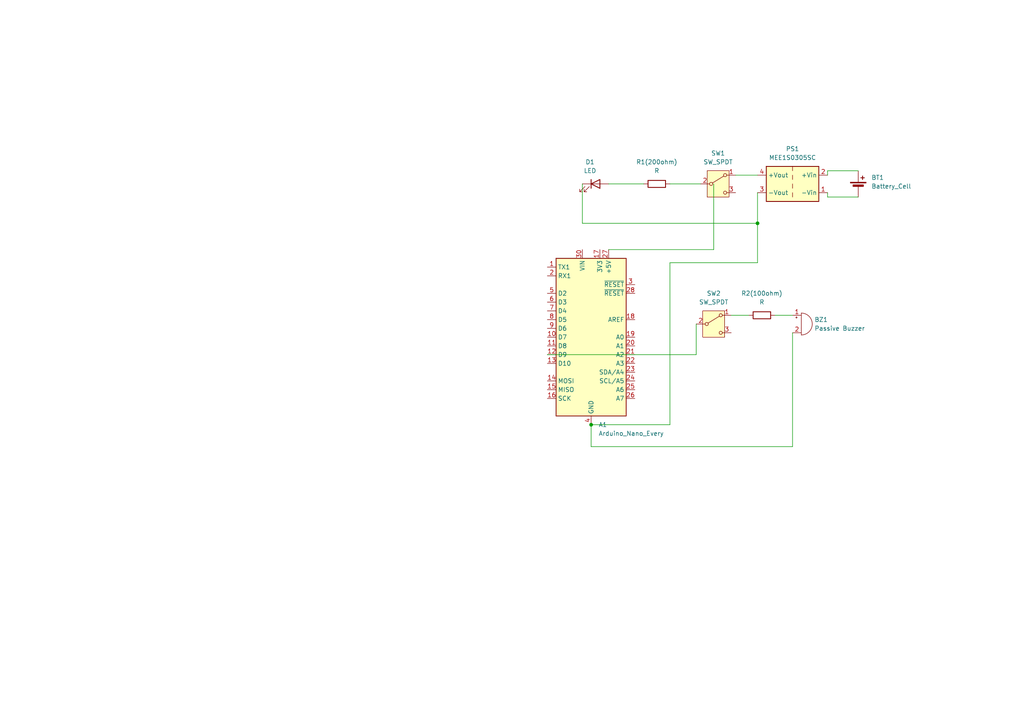
<source format=kicad_sch>
(kicad_sch (version 20250114) (generator "eeschema") (generator_version "9.0")
  (paper "A4")
  (title_block (title "Winter house (light + buzzer)"))
  (lib_symbols
    (symbol "Converter_DCDC:MEE1S0305SC"
      (property "Reference" "PS" (at -7.62 6.35 0))
      (property "Value" "MEE1S0305SC" (at 1.27 6.35 0))
      (symbol "MEE1S0305SC_0_0"
        (pin power_in line (at -10.16 2.54 0) (length 2.54) (name "+Vin") (number "2"))
        (pin power_in line (at -10.16 -2.54 0) (length 2.54) (name "-Vin") (number "1"))
        (pin power_out line (at 10.16 2.54 180) (length 2.54) (name "+Vout") (number "4"))
        (pin power_out line (at 10.16 -2.54 180) (length 2.54) (name "-Vout") (number "3"))
      )
      (symbol "MEE1S0305SC_0_1"
        (rectangle (start -7.62 5.08) (end 7.62 -5.08) (stroke (width 0.254)) (fill (type background)))
        (polyline (pts (xy 0 5.08) (xy 0 3.81)))
        (polyline (pts (xy 0 2.54) (xy 0 1.27)))
        (polyline (pts (xy 0 0) (xy 0 -1.27)))
        (polyline (pts (xy 0 -2.54) (xy 0 -3.81)))
      )
    )
    (symbol "Device:Battery_Cell" (pin_numbers (hide yes)) (pin_names (offset 0) (hide yes))
      (property "Reference" "BT" (at 2.54 2.54 0))
      (property "Value" "Battery_Cell" (at 2.54 0 0))
      (symbol "Battery_Cell_0_1"
        (rectangle (start -2.286 1.778) (end 2.286 1.524) (fill (type outline)))
        (rectangle (start -1.524 1.016) (end 1.524 0.508) (fill (type outline)))
        (polyline (pts (xy 0 1.778) (xy 0 2.54)))
        (polyline (pts (xy 0 0.762) (xy 0 0)))
        (polyline (pts (xy 0.762 3.048) (xy 1.778 3.048)) (stroke (width 0.254)))
        (polyline (pts (xy 1.27 3.556) (xy 1.27 2.54)) (stroke (width 0.254)))
      )
      (symbol "Battery_Cell_1_1"
        (pin passive line (at 0 5.08 270) (length 2.54) (name "+") (number "1"))
        (pin passive line (at 0 -2.54 90) (length 2.54) (name "-") (number "2"))
      )
    )
    (symbol "Device:Buzzer" (pin_names (offset 0.0254) (hide yes))
      (property "Reference" "BZ" (at 3.81 1.27 0))
      (property "Value" "Buzzer" (at 3.81 -1.27 0))
      (symbol "Buzzer_0_1"
        (polyline (pts (xy -1.651 1.905) (xy -1.143 1.905)))
        (polyline (pts (xy -1.397 2.159) (xy -1.397 1.651)))
        (arc (start 0 3.175) (mid 3.1612 0) (end 0 -3.175))
        (polyline (pts (xy 0 3.175) (xy 0 -3.175)))
      )
      (symbol "Buzzer_1_1"
        (pin passive line (at -2.54 2.54 0) (length 2.54) (name "+") (number "1"))
        (pin passive line (at -2.54 -2.54 0) (length 2.54) (name "-") (number "2"))
      )
    )
    (symbol "Device:LED" (pin_numbers (hide yes)) (pin_names (offset 1.016) (hide yes))
      (property "Reference" "D" (at 0 2.54 0))
      (property "Value" "LED" (at 0 -2.54 0))
      (symbol "LED_0_1"
        (polyline (pts (xy -3.048 -0.762) (xy -4.572 -2.286) (xy -3.81 -2.286) (xy -4.572 -2.286) (xy -4.572 -1.524)))
        (polyline (pts (xy -1.778 -0.762) (xy -3.302 -2.286) (xy -2.54 -2.286) (xy -3.302 -2.286) (xy -3.302 -1.524)))
        (polyline (pts (xy -1.27 0) (xy 1.27 0)))
        (polyline (pts (xy -1.27 -1.27) (xy -1.27 1.27)) (stroke (width 0.254)))
        (polyline (pts (xy 1.27 -1.27) (xy 1.27 1.27) (xy -1.27 0) (xy 1.27 -1.27)) (stroke (width 0.254)))
      )
      (symbol "LED_1_1"
        (pin passive line (at -3.81 0 0) (length 2.54) (name "K") (number "1"))
        (pin passive line (at 3.81 0 180) (length 2.54) (name "A") (number "2"))
      )
    )
    (symbol "Device:R" (pin_numbers (hide yes)) (pin_names (offset 0))
      (property "Reference" "R" (at 2.032 0 90))
      (property "Value" "R" (at 0 0 90))
      (symbol "R_0_1"
        (rectangle (start -1.016 -2.54) (end 1.016 2.54) (stroke (width 0.254)))
      )
      (symbol "R_1_1"
        (pin passive line (at 0 3.81 270) (length 1.27) (name "~") (number "1"))
        (pin passive line (at 0 -3.81 90) (length 1.27) (name "~") (number "2"))
      )
    )
    (symbol "MCU_Module:Arduino_Nano_Every"
      (property "Reference" "A" (at -10.16 23.495 0))
      (property "Value" "Arduino_Nano_Every" (at 5.08 -24.13 0))
      (symbol "Arduino_Nano_Every_0_1"
        (rectangle (start -10.16 22.86) (end 10.16 -22.86) (stroke (width 0.254)) (fill (type background)))
      )
      (symbol "Arduino_Nano_Every_1_1"
        (pin bidirectional line (at -12.7 20.32 0) (length 2.54) (name "TX1") (number "1"))
        (pin bidirectional line (at -12.7 17.78 0) (length 2.54) (name "RX1") (number "2"))
        (pin bidirectional line (at -12.7 12.7 0) (length 2.54) (name "D2") (number "5"))
        (pin bidirectional line (at -12.7 10.16 0) (length 2.54) (name "D3") (number "6"))
        (pin bidirectional line (at -12.7 7.62 0) (length 2.54) (name "D4") (number "7"))
        (pin bidirectional line (at -12.7 5.08 0) (length 2.54) (name "D5") (number "8"))
        (pin bidirectional line (at -12.7 2.54 0) (length 2.54) (name "D6") (number "9"))
        (pin bidirectional line (at -12.7 0 0) (length 2.54) (name "D7") (number "10"))
        (pin bidirectional line (at -12.7 -2.54 0) (length 2.54) (name "D8") (number "11"))
        (pin bidirectional line (at -12.7 -5.08 0) (length 2.54) (name "D9") (number "12"))
        (pin bidirectional line (at -12.7 -7.62 0) (length 2.54) (name "D10") (number "13"))
        (pin bidirectional line (at -12.7 -12.7 0) (length 2.54) (name "MOSI") (number "14"))
        (pin bidirectional line (at -12.7 -15.24 0) (length 2.54) (name "MISO") (number "15"))
        (pin bidirectional line (at -12.7 -17.78 0) (length 2.54) (name "SCK") (number "16"))
        (pin power_in line (at -2.54 25.4 270) (length 2.54) (name "VIN") (number "30"))
        (pin passive line (at 0 -25.4 90) (length 2.54) (hide yes) (name "GND") (number "29"))
        (pin power_in line (at 0 -25.4 90) (length 2.54) (name "GND") (number "4"))
        (pin power_out line (at 2.54 25.4 270) (length 2.54) (name "3V3") (number "17"))
        (pin power_out line (at 5.08 25.4 270) (length 2.54) (name "+5V") (number "27"))
        (pin input line (at 12.7 15.24 180) (length 2.54) (name "~{RESET}") (number "3"))
        (pin input line (at 12.7 12.7 180) (length 2.54) (name "~{RESET}") (number "28"))
        (pin input line (at 12.7 5.08 180) (length 2.54) (name "AREF") (number "18"))
        (pin bidirectional line (at 12.7 0 180) (length 2.54) (name "A0") (number "19"))
        (pin bidirectional line (at 12.7 -2.54 180) (length 2.54) (name "A1") (number "20"))
        (pin bidirectional line (at 12.7 -5.08 180) (length 2.54) (name "A2") (number "21"))
        (pin bidirectional line (at 12.7 -7.62 180) (length 2.54) (name "A3") (number "22"))
        (pin bidirectional line (at 12.7 -10.16 180) (length 2.54) (name "SDA/A4") (number "23"))
        (pin bidirectional line (at 12.7 -12.7 180) (length 2.54) (name "SCL/A5") (number "24"))
        (pin bidirectional line (at 12.7 -15.24 180) (length 2.54) (name "A6") (number "25"))
        (pin bidirectional line (at 12.7 -17.78 180) (length 2.54) (name "A7") (number "26"))
      )
    )
    (symbol "Switch:SW_SPDT" (pin_names (offset 0) (hide yes))
      (property "Reference" "SW" (at 0 5.08 0))
      (property "Value" "SW_SPDT" (at 0 -5.08 0))
      (symbol "SW_SPDT_0_1"
        (circle (center -2.032 0) (radius 0.4572))
        (polyline (pts (xy -1.651 0.254) (xy 1.651 2.286)))
        (circle (center 2.032 2.54) (radius 0.4572))
        (circle (center 2.032 -2.54) (radius 0.4572))
      )
      (symbol "SW_SPDT_1_1"
        (rectangle (start -3.175 3.81) (end 3.175 -3.81) (fill (type background)))
        (pin passive line (at -5.08 0 0) (length 2.54) (name "B") (number "2"))
        (pin passive line (at 5.08 2.54 180) (length 2.54) (name "A") (number "1"))
        (pin passive line (at 5.08 -2.54 180) (length 2.54) (name "C") (number "3"))
      )
    )
  )
  (junction (at 171.45 123.19))
  (junction (at 219.71 64.77))
  (wire (pts (xy 219.71 64.77) (xy 219.71 55.88)))
  (wire (pts (xy 240.03 57.15) (xy 240.03 55.88)))
  (wire (pts (xy 171.45 123.19) (xy 194.31 123.19)))
  (wire (pts (xy 176.53 53.34) (xy 186.69 53.34)))
  (wire (pts (xy 201.93 102.87) (xy 201.93 93.98)))
  (wire (pts (xy 219.71 76.2) (xy 219.71 64.77)))
  (wire (pts (xy 240.03 49.53) (xy 240.03 50.8)))
  (wire (pts (xy 229.87 129.54) (xy 171.45 129.54)))
  (wire (pts (xy 207.01 53.34) (xy 207.01 72.39)))
  (wire (pts (xy 194.31 53.34) (xy 203.2 53.34)))
  (wire (pts (xy 168.91 53.34) (xy 168.91 64.77)))
  (wire (pts (xy 194.31 123.19) (xy 194.31 76.2)))
  (wire (pts (xy 168.91 64.77) (xy 219.71 64.77)))
  (wire (pts (xy 212.09 91.44) (xy 217.17 91.44)))
  (wire (pts (xy 224.79 91.44) (xy 229.87 91.44)))
  (wire (pts (xy 229.87 96.52) (xy 229.87 129.54)))
  (wire (pts (xy 248.92 49.53) (xy 240.03 49.53)))
  (wire (pts (xy 171.45 129.54) (xy 171.45 123.19)))
  (wire (pts (xy 194.31 76.2) (xy 219.71 76.2)))
  (wire (pts (xy 248.92 57.15) (xy 240.03 57.15)))
  (wire (pts (xy 213.36 50.8) (xy 219.71 50.8)))
  (wire (pts (xy 158.75 102.87) (xy 201.93 102.87)))
  (wire (pts (xy 207.01 72.39) (xy 176.53 72.39)))
  (symbol (lib_id "Device:R") (at 220.98 91.44 270) (unit 1)
    (property "Reference" "R2(100ohm)" (at 220.98 85.09 90))
    (property "Value" "R" (at 220.98 87.63 90))
    (property "Description" "Resistor" (effects (hide yes)))
  )
  (symbol (lib_id "Converter_DCDC:MEE1S0305SC") (at 229.87 53.34 0) (mirror y) (unit 1)
    (property "Reference" "PS1" (at 229.87 43.18 0))
    (property "Value" "MEE1S0305SC" (at 229.87 45.72 0))
    (property "Footprint" "Converter_DCDC:Converter_DCDC_Murata_MEE1SxxxxSC_THT" (effects (hide yes)))
    (property "Datasheet" "https://power.murata.com/pub/data/power/ncl/kdc_mee1.pdf" (effects (hide yes)))
    (property "Description" "1W, 1000 VDC isolated DC/DC converter, 3V3 input, 5V output, SIP" (effects (hide yes)))
  )
  (symbol (lib_id "Switch:SW_SPDT") (at 208.28 53.34 0) (unit 1)
    (property "Reference" "SW1" (at 208.28 44.45 0))
    (property "Value" "SW_SPDT" (at 208.28 46.99 0))
    (property "Description" "Switch, single pole double throw" (effects (hide yes)))
  )
  (symbol (lib_id "Device:LED") (at 172.72 53.34 0) (unit 1)
    (property "Reference" "D1" (at 171.1325 46.99 0))
    (property "Value" "LED" (at 171.1325 49.53 0))
    (property "Description" "Light emitting diode" (effects (hide yes)))
    (property "Sim.Pins" "1=K 2=A" (effects (hide yes)))
  )
  (symbol (lib_id "Device:Battery_Cell") (at 248.92 54.61 0) (unit 1)
    (property "Reference" "BT1" (at 252.73 51.4984 0) (effects (justify left)))
    (property "Value" "Battery_Cell" (at 252.73 54.0384 0) (effects (justify left)))
    (property "Description" "Single-cell battery" (effects (hide yes)))
  )
  (symbol (lib_id "Device:R") (at 190.5 53.34 270) (unit 1)
    (property "Reference" "R1(200ohm)" (at 190.5 46.99 90))
    (property "Value" "R" (at 190.5 49.53 90))
    (property "Description" "Resistor" (effects (hide yes)))
  )
  (symbol (lib_id "MCU_Module:Arduino_Nano_Every") (at 171.45 97.79 0) (unit 1)
    (property "Reference" "A1" (at 173.5933 123.19 0) (effects (justify left)))
    (property "Value" "Arduino_Nano_Every" (at 173.5933 125.73 0) (effects (justify left)))
    (property "Footprint" "Module:Arduino_Nano" (effects (hide yes)))
    (property "Datasheet" "https://content.arduino.cc/assets/NANOEveryV3.0_sch.pdf" (effects (hide yes)))
    (property "Description" "Arduino Nano Every" (effects (hide yes)))
  )
  (symbol (lib_id "Switch:SW_SPDT") (at 207.01 93.98 0) (unit 1)
    (property "Reference" "SW2" (at 207.01 85.09 0))
    (property "Value" "SW_SPDT" (at 207.01 87.63 0))
    (property "Description" "Switch, single pole double throw" (effects (hide yes)))
  )
  (symbol (lib_id "Device:Buzzer") (at 232.41 93.98 0) (unit 1)
    (property "Reference" "BZ1" (at 236.22 92.7099 0) (effects (justify left)))
    (property "Value" "Passive Buzzer" (at 236.22 95.2499 0) (effects (justify left)))
    (property "Description" "Buzzer, polarized" (effects (hide yes)))
  )
)
</source>
